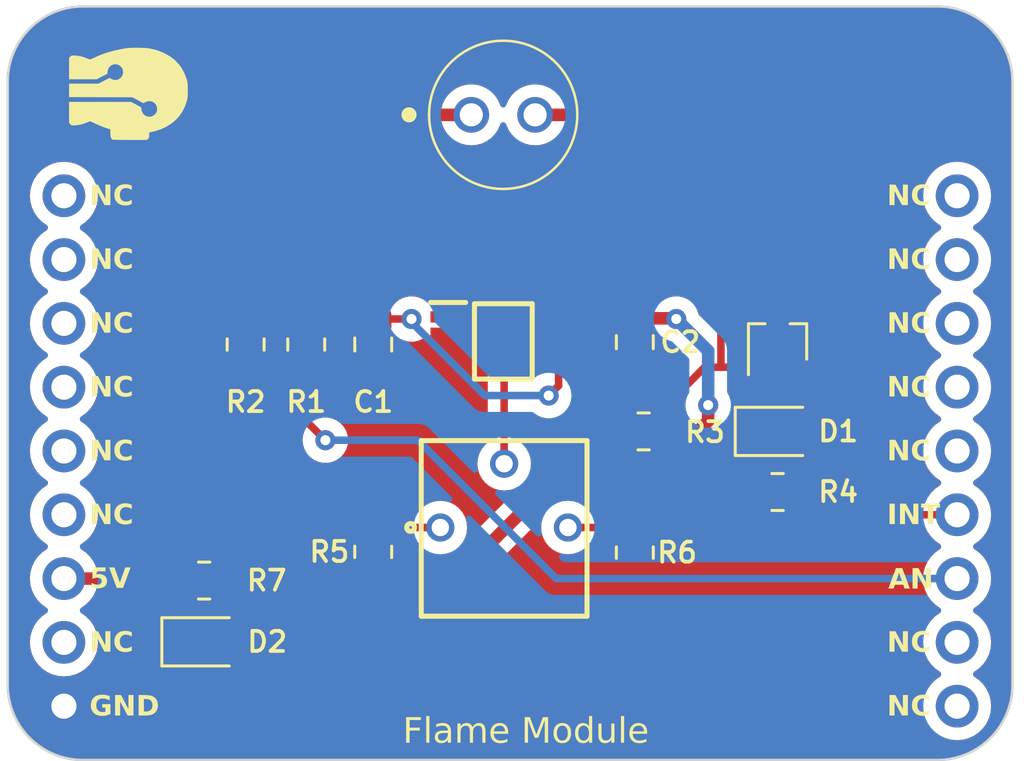
<source format=kicad_pcb>
(kicad_pcb (version 20221018) (generator pcbnew)
  (layers (0 "F.Cu" signal) (31 "B.Cu" signal) (34 "B.Paste" user) (35 "F.Paste" user) (36 "B.SilkS" user "B.Silkscreen") (37 "F.SilkS" user "F.Silkscreen") (38 "B.Mask" user) (39 "F.Mask" user) (44 "Edge.Cuts" user))
  (net 0 "")
  (net 1 "IN+")
  (net 2 "GND")
  (net 3 "Net-(IC1-VCC)")
  (net 4 "Net-(D1-K)")
  (net 5 "Net-(D1-A)")
  (net 6 "Net-(D2-A)")
  (net 8 "IN-")
  (net 9 "INT")
  (net 10 "AN")
  (net 11 "Net-(R5-Pad2)")
  (net 12 "Net-(R6-Pad1)")
  (net 13 "+5V")
  (footprint "meminle:3362P_1" (layer "F.Cu") (at 90.936377 100.22352)
    (fp_text reference "RV1" hide)
    (fp_text value "R_Potentiometer_Trim" hide)
    (fp_line (start -3.3 -6.99) (end -3.3 0) (stroke (width 0.2)) (layer "F.SilkS"))
    (fp_line (start -3.3 0) (end 3.3 0) (stroke (width 0.2)) (layer "F.SilkS"))
    (fp_line (start 3.3 -6.99) (end -3.3 -6.99) (stroke (width 0.2)) (layer "F.SilkS"))
    (fp_line (start 3.3 0) (end 3.3 -6.99) (stroke (width 0.2)) (layer "F.SilkS"))
    (fp_circle (center -3.722 -3.532) (end -3.722 -3.475) (stroke (width 0.2)) (fill none) (layer "F.SilkS"))
    (pad "1" thru_hole circle (at -2.54 -3.53) (size 1.12 1.12) (drill 0.69) (layers "*.Cu" "*.Mask") (net 11 "Net-(R5-Pad2)"))
    (pad "2" thru_hole circle (at 0 -6.07) (size 1.12 1.12) (drill 0.69) (layers "*.Cu" "*.Mask") (net 8 "IN-"))
    (pad "3" thru_hole circle (at 2.54 -3.53) (size 1.12 1.12) (drill 0.69) (layers "*.Cu" "*.Mask") (net 12 "Net-(R6-Pad1)"))
  )
  (footprint "Resistor_SMD:R_0805_2012Metric" (layer "F.Cu") (at 96.488077 92.86652 180)
    (fp_text reference "R3" (at -2.444923 -0.02952) (layer "F.SilkS") (effects (font (size 0.8 0.8) (thickness 0.15) bold)))
    (fp_text value "4k7" hide)
    (fp_line (start -0.227064 -0.735) (end 0.227064 -0.735) (stroke (width 0.12)) (layer "F.SilkS"))
    (fp_line (start -0.227064 0.735) (end 0.227064 0.735) (stroke (width 0.12)) (layer "F.SilkS"))
    (pad "1" smd roundrect (at -0.9125 0 180) (size 1.025 1.4) (layers "F.Cu" "F.Paste" "F.Mask") (roundrect_rratio 0.243902) (net 13 "+5V"))
    (pad "2" smd roundrect (at 0.9125 0 180) (size 1.025 1.4) (layers "F.Cu" "F.Paste" "F.Mask") (roundrect_rratio 0.243902) (net 9 "INT"))
  )
  (footprint "Resistor_SMD:R_0805_2012Metric" (layer "F.Cu") (at 83.058 89.408 90)
    (fp_text reference "R1" (at -2.286 0 180) (layer "F.SilkS") (effects (font (size 0.8 0.8) (thickness 0.15) bold)))
    (fp_text value "3k3" hide)
    (fp_line (start -0.227064 -0.735) (end 0.227064 -0.735) (stroke (width 0.12)) (layer "F.SilkS"))
    (fp_line (start -0.227064 0.735) (end 0.227064 0.735) (stroke (width 0.12)) (layer "F.SilkS"))
    (pad "1" smd roundrect (at -0.9125 0 90) (size 1.025 1.4) (layers "F.Cu" "F.Paste" "F.Mask") (roundrect_rratio 0.243902) (net 10 "AN"))
    (pad "2" smd roundrect (at 0.9125 0 90) (size 1.025 1.4) (layers "F.Cu" "F.Paste" "F.Mask") (roundrect_rratio 0.243902) (net 1 "IN+"))
  )
  (footprint "Resistor_SMD:R_0805_2012Metric" (layer "F.Cu") (at 85.725 97.663 90)
    (fp_text reference "R5" (at 0 -1.746077 180) (layer "F.SilkS") (effects (font (size 0.8 0.8) (thickness 0.15) bold)))
    (fp_text value "5k1" hide)
    (fp_line (start -0.227064 -0.735) (end 0.227064 -0.735) (stroke (width 0.12)) (layer "F.SilkS"))
    (fp_line (start -0.227064 0.735) (end 0.227064 0.735) (stroke (width 0.12)) (layer "F.SilkS"))
    (pad "1" smd roundrect (at -0.9125 0 90) (size 1.025 1.4) (layers "F.Cu" "F.Paste" "F.Mask") (roundrect_rratio 0.243902) (net 13 "+5V"))
    (pad "2" smd roundrect (at 0.9125 0 90) (size 1.025 1.4) (layers "F.Cu" "F.Paste" "F.Mask") (roundrect_rratio 0.243902) (net 11 "Net-(R5-Pad2)"))
  )
  (footprint "Capacitor_SMD:C_0805_2012Metric" (layer "F.Cu") (at 96.139 89.3148 -90)
    (fp_text reference "C2" (at 0 -1.809923 -180) (layer "F.SilkS") (effects (font (size 0.8 0.8) (thickness 0.15) bold)))
    (fp_text value "2.2uF" hide)
    (fp_line (start -0.261252 -0.735) (end 0.261252 -0.735) (stroke (width 0.12)) (layer "F.SilkS"))
    (fp_line (start -0.261252 0.735) (end 0.261252 0.735) (stroke (width 0.12)) (layer "F.SilkS"))
    (pad "1" smd roundrect (at -0.95 0 270) (size 1 1.45) (layers "F.Cu" "F.Paste" "F.Mask") (net 13 "+5V"))
    (pad "2" smd roundrect (at 0.95 0 270) (size 1 1.45) (layers "F.Cu" "F.Paste" "F.Mask") (net 3 "Net-(IC1-VCC)"))
  )
  (footprint "Resistor_SMD:R_0805_2012Metric" (layer "F.Cu") (at 96.139 97.69252 -90)
    (fp_text reference "R6" (at 0 -1.682923 -180) (layer "F.SilkS") (effects (font (size 0.8 0.8) (thickness 0.15) bold)))
    (fp_text value "5k1" hide)
    (fp_line (start -0.227064 -0.735) (end 0.227064 -0.735) (stroke (width 0.12)) (layer "F.SilkS"))
    (fp_line (start -0.227064 0.735) (end 0.227064 0.735) (stroke (width 0.12)) (layer "F.SilkS"))
    (pad "1" smd roundrect (at -0.9125 0 270) (size 1.025 1.4) (layers "F.Cu" "F.Paste" "F.Mask") (roundrect_rratio 0.243902) (net 12 "Net-(R6-Pad1)"))
    (pad "2" smd roundrect (at 0.9125 0 270) (size 1.025 1.4) (layers "F.Cu" "F.Paste" "F.Mask") (roundrect_rratio 0.243902) (net 2 "GND"))
  )
  (footprint "meminle:PT3346B" (layer "F.Cu") (at 89.629 80.264)
    (fp_text reference "Q3" hide)
    (fp_text value "PT334-6B" hide)
    (fp_line (start -2.63 0) (end -2.63 0) (stroke (width 0.3)) (layer "F.SilkS"))
    (fp_line (start -2.33 0) (end -2.33 0) (stroke (width 0.3)) (layer "F.SilkS"))
    (fp_line (start -1.68 0) (end -1.68 0) (stroke (width 0.1)) (layer "F.SilkS"))
    (fp_line (start 4.22 0) (end 4.22 0) (stroke (width 0.1)) (layer "F.SilkS"))
    (fp_arc (start -2.63 0) (mid -2.48 -0.15) (end -2.33 0) (stroke (width 0.3)) (layer "F.SilkS"))
    (fp_arc (start -2.33 0) (mid -2.48 0.15) (end -2.63 0) (stroke (width 0.3)) (layer "F.SilkS"))
    (fp_arc (start -1.68 0) (mid 1.27 -2.95) (end 4.22 0) (stroke (width 0.1)) (layer "F.SilkS"))
    (fp_arc (start 4.22 0) (mid 1.27 2.95) (end -1.68 0) (stroke (width 0.1)) (layer "F.SilkS"))
    (pad "1" thru_hole circle (at 0 0) (size 1.42 1.42) (drill 0.92) (layers "*.Cu" "*.Mask") (net 1 "IN+"))
    (pad "2" thru_hole circle (at 2.54 0) (size 1.42 1.42) (drill 0.92) (layers "*.Cu" "*.Mask") (net 13 "+5V"))
  )
  (footprint "Resistor_SMD:R_0805_2012Metric" (layer "F.Cu") (at 101.822077 95.27952)
    (fp_text reference "R4" (at 2.413 0) (layer "F.SilkS") (effects (font (size 0.8 0.8) (thickness 0.15) bold)))
    (fp_text value "4k7" hide)
    (fp_line (start -0.227064 -0.735) (end 0.227064 -0.735) (stroke (width 0.12)) (layer "F.SilkS"))
    (fp_line (start -0.227064 0.735) (end 0.227064 0.735) (stroke (width 0.12)) (layer "F.SilkS"))
    (pad "1" smd roundrect (at -0.9125 0) (size 1.025 1.4) (layers "F.Cu" "F.Paste" "F.Mask") (roundrect_rratio 0.243902) (net 13 "+5V"))
    (pad "2" smd roundrect (at 0.9125 0) (size 1.025 1.4) (layers "F.Cu" "F.Paste" "F.Mask") (roundrect_rratio 0.243902) (net 5 "Net-(D1-A)"))
  )
  (footprint "LED_SMD:LED_0805_2012Metric" (layer "F.Cu") (at 101.822077 92.86652)
    (fp_text reference "D1" (at 2.413 0) (layer "F.SilkS") (effects (font (size 0.8 0.8) (thickness 0.15) bold)))
    (fp_text value "LED" hide)
    (fp_line (start -1.685 -0.96) (end -1.685 0.96) (stroke (width 0.12)) (layer "F.SilkS"))
    (fp_line (start -1.685 0.96) (end 1 0.96) (stroke (width 0.12)) (layer "F.SilkS"))
    (fp_line (start 1 -0.96) (end -1.685 -0.96) (stroke (width 0.12)) (layer "F.SilkS"))
    (pad "1" smd roundrect (at -0.9375 0) (size 0.975 1.4) (layers "F.Cu" "F.Paste" "F.Mask") (net 4 "Net-(D1-K)"))
    (pad "2" smd roundrect (at 0.9375 0) (size 0.975 1.4) (layers "F.Cu" "F.Paste" "F.Mask") (net 5 "Net-(D1-A)"))
  )
  (footprint "Resistor_SMD:R_0805_2012Metric" (layer "F.Cu") (at 78.994 98.806)
    (fp_text reference "R7" (at 2.4892 0) (layer "F.SilkS") (effects (font (size 0.8 0.8) (thickness 0.15) bold)))
    (fp_text value "1k" hide)
    (fp_line (start -0.227064 -0.735) (end 0.227064 -0.735) (stroke (width 0.12)) (layer "F.SilkS"))
    (fp_line (start -0.227064 0.735) (end 0.227064 0.735) (stroke (width 0.12)) (layer "F.SilkS"))
    (pad "1" smd roundrect (at -0.9125 0) (size 1.025 1.4) (layers "F.Cu" "F.Paste" "F.Mask") (roundrect_rratio 0.243902) (net 13 "+5V"))
    (pad "2" smd roundrect (at 0.9125 0) (size 1.025 1.4) (layers "F.Cu" "F.Paste" "F.Mask") (roundrect_rratio 0.243902) (net 6 "Net-(D2-A)"))
  )
  (footprint "Resistor_SMD:R_0805_2012Metric" (layer "F.Cu") (at 80.645 89.408 90)
    (fp_text reference "R2" (at -2.286 0 180) (layer "F.SilkS") (effects (font (size 0.8 0.8) (thickness 0.15) bold)))
    (fp_text value "6k8" hide)
    (fp_line (start -0.227064 -0.735) (end 0.227064 -0.735) (stroke (width 0.12)) (layer "F.SilkS"))
    (fp_line (start -0.227064 0.735) (end 0.227064 0.735) (stroke (width 0.12)) (layer "F.SilkS"))
    (pad "1" smd roundrect (at -0.9125 0 90) (size 1.025 1.4) (layers "F.Cu" "F.Paste" "F.Mask") (roundrect_rratio 0.243902) (net 1 "IN+"))
    (pad "2" smd roundrect (at 0.9125 0 90) (size 1.025 1.4) (layers "F.Cu" "F.Paste" "F.Mask") (roundrect_rratio 0.243902) (net 2 "GND"))
  )
  (footprint "Package_TO_SOT_SMD:SOT-323_SC-70" (layer "F.Cu") (at 101.822077 89.31052 90)
    (fp_text reference "Q2" hide)
    (fp_text value "PDTC114EU,115" hide)
    (fp_line (start -0.68 1.16) (end 0.73 1.16) (stroke (width 0.12)) (layer "F.SilkS"))
    (fp_line (start 0.73 -1.16) (end -1.3 -1.16) (stroke (width 0.12)) (layer "F.SilkS"))
    (fp_line (start 0.73 -1.16) (end 0.73 -0.5) (stroke (width 0.12)) (layer "F.SilkS"))
    (fp_line (start 0.73 0.5) (end 0.73 1.16) (stroke (width 0.12)) (layer "F.SilkS"))
    (pad "1" smd rect (at -1 -0.65) (size 0.45 0.7) (layers "F.Cu" "F.Paste" "F.Mask") (net 9 "INT"))
    (pad "2" smd rect (at -1 0.65) (size 0.45 0.7) (layers "F.Cu" "F.Paste" "F.Mask") (net 2 "GND"))
    (pad "3" smd rect (at 1 0) (size 0.45 0.7) (layers "F.Cu" "F.Paste" "F.Mask") (net 4 "Net-(D1-K)"))
  )
  (footprint "Capacitor_SMD:C_0805_2012Metric" (layer "F.Cu") (at 85.725 89.408 -90)
    (fp_text reference "C1" (at 2.286 0 -180) (layer "F.SilkS") (effects (font (size 0.8 0.8) (thickness 0.15) bold)))
    (fp_text value "10nF" hide)
    (fp_line (start -0.261252 -0.735) (end 0.261252 -0.735) (stroke (width 0.12)) (layer "F.SilkS"))
    (fp_line (start -0.261252 0.735) (end 0.261252 0.735) (stroke (width 0.12)) (layer "F.SilkS"))
    (pad "1" smd roundrect (at -0.95 0 270) (size 1 1.45) (layers "F.Cu" "F.Paste" "F.Mask") (net 1 "IN+"))
    (pad "2" smd roundrect (at 0.95 0 270) (size 1 1.45) (layers "F.Cu" "F.Paste" "F.Mask") (net 2 "GND"))
  )
  (footprint "LED_SMD:LED_0805_2012Metric" (layer "F.Cu") (at 78.994 101.2444)
    (fp_text reference "D2" (at 2.5123 0) (layer "F.SilkS") (effects (font (size 0.8 0.8) (thickness 0.15) bold)))
    (fp_text value "LED" hide)
    (fp_line (start -1.685 -0.96) (end -1.685 0.96) (stroke (width 0.12)) (layer "F.SilkS"))
    (fp_line (start -1.685 0.96) (end 1 0.96) (stroke (width 0.12)) (layer "F.SilkS"))
    (fp_line (start 1 -0.96) (end -1.685 -0.96) (stroke (width 0.12)) (layer "F.SilkS"))
    (pad "1" smd roundrect (at -0.9375 0) (size 0.975 1.4) (layers "F.Cu" "F.Paste" "F.Mask") (net 2 "GND"))
    (pad "2" smd roundrect (at 0.9375 0) (size 0.975 1.4) (layers "F.Cu" "F.Paste" "F.Mask") (net 6 "Net-(D2-A)"))
  )
  (footprint "Moduler_:pin_header" (layer "F.Cu") (at 90.936377 94.15352)
    (fp_text reference "U1" hide)
    (fp_text value "~" hide)
    (fp_text user "NC" (at 15.24 -2.54 unlocked) (layer "F.SilkS") (effects (font (size 0.8 0.8) (thickness 0.2) bold) (justify left bottom)))
    (fp_text user "NC" (at 15.24 -7.62 unlocked) (layer "F.SilkS") (effects (font (size 0.8 0.8) (thickness 0.2) bold) (justify left bottom)))
    (fp_text user "Flame Module" (at -4.0386 11.2776 unlocked) (layer "F.SilkS") (effects (font (thickness 0.1)) (justify left bottom)))
    (fp_text user "NC" (at -16.51 -2.54 unlocked) (layer "F.SilkS") (effects (font (size 0.8 0.8) (thickness 0.2) bold) (justify left bottom)))
    (fp_text user "NC" (at -16.51 -10.16 unlocked) (layer "F.SilkS") (effects (font (size 0.8 0.8) (thickness 0.2) bold) (justify left bottom)))
    (fp_text user "NC" (at -16.51 2.54 unlocked) (layer "F.SilkS") (effects (font (size 0.8 0.8) (thickness 0.2) bold) (justify left bottom)))
    (fp_text user "NC" (at 15.24 0 unlocked) (layer "F.SilkS") (effects (font (size 0.8 0.8) (thickness 0.2) bold) (justify left bottom)))
    (fp_text user "INT" (at 15.24 2.54 unlocked) (layer "F.SilkS") (effects (font (size 0.8 0.8) (thickness 0.2) bold) (justify left bottom)))
    (fp_text user "NC" (at -16.51 7.62 unlocked) (layer "F.SilkS") (effects (font (size 0.8 0.8) (thickness 0.2) bold) (justify left bottom)))
    (fp_text user "NC" (at 15.24 -10.16 unlocked) (layer "F.SilkS") (effects (font (size 0.8 0.8) (thickness 0.2) bold) (justify left bottom)))
    (fp_text user "5V" (at -16.51 5.08 unlocked) (layer "F.SilkS") (effects (font (size 0.8 0.8) (thickness 0.2) bold) (justify left bottom)))
    (fp_text user "AN" (at 15.2908 5.1054 unlocked) (layer "F.SilkS") (effects (font (size 0.8 0.8) (thickness 0.2) bold) (justify left bottom)))
    (fp_text user "NC" (at -16.51 -5.08 unlocked) (layer "F.SilkS") (effects (font (size 0.8 0.8) (thickness 0.2) bold) (justify left bottom)))
    (fp_text user "NC" (at -16.51 0 unlocked) (layer "F.SilkS") (effects (font (size 0.8 0.8) (thickness 0.2) bold) (justify left bottom)))
    (fp_text user "GND" (at -16.51 10.16 unlocked) (layer "F.SilkS") (effects (font (size 0.8 0.8) (thickness 0.2) bold) (justify left bottom)))
    (fp_text user "NC" (at -16.51 -7.62 unlocked) (layer "F.SilkS") (effects (font (size 0.8 0.8) (thickness 0.2) bold) (justify left bottom)))
    (fp_text user "NC" (at 15.24 7.62 unlocked) (layer "F.SilkS") (effects (font (size 0.8 0.8) (thickness 0.2) bold) (justify left bottom)))
    (fp_text user "NC" (at 15.24 -5.08 unlocked) (layer "F.SilkS") (effects (font (size 0.8 0.8) (thickness 0.2) bold) (justify left bottom)))
    (fp_text user "NC" (at 15.24 10.16 unlocked) (layer "F.SilkS") (effects (font (size 0.8 0.8) (thickness 0.2) bold) (justify left bottom)))
    (fp_poly (pts (xy -14.485582 -16.559009) (xy -14.360573 -16.554745) (xy -14.248636 -16.54798) (xy -14.157002 -16.538775) (xy -14.117924 -16.532703) (xy -13.929469 -16.491549) (xy -13.759531 -16.440533) (xy -13.595569 -16.375574) (xy -13.505604 -16.333511) (xy -13.302009 -16.218091) (xy -13.123321 -16.083397) (xy -12.969118 -15.928915) (xy -12.838978 -15.754131) (xy -12.73248 -15.558531) (xy -12.6492 -15.3416) (xy -12.625721 -15.261504) (xy -12.612959 -15.20932) (xy -12.603846 -15.156964) (xy -12.597806 -15.097579) (xy -12.594264 -15.024306) (xy -12.592645 -14.930288) (xy -12.59236 -14.863654) (xy -12.592671 -14.758539) (xy -12.594379 -14.67766) (xy -12.598173 -14.613669) (xy -12.604739 -14.559219) (xy -12.614766 -14.506962) (xy -12.628942 -14.449549) (xy -12.632287 -14.43698) (xy -12.705714 -14.221543) (xy -12.805363 -14.022972) (xy -12.930147 -13.842253) (xy -13.078978 -13.68037) (xy -13.250768 -13.538308) (xy -13.444431 -13.417053) (xy -13.658878 -13.317589) (xy -13.893022 -13.240901) (xy -13.975535 -13.220506) (xy -14.129547 -13.185381) (xy -14.129547 -13.083439) (xy -14.131087 -13.025365) (xy -14.138019 -12.987709) (xy -14.153807 -12.959356) (xy -14.17572 -12.935324) (xy -14.221893 -12.889151) (xy -14.898388 -12.889632) (xy -15.093554 -12.890179) (xy -15.257188 -12.891522) (xy -15.389336 -12.893662) (xy -15.490047 -12.896601) (xy -15.559371 -12.900339) (xy -15.597354 -12.904877) (xy -15.604006 -12.907041) (xy -15.639705 -12.944721) (xy -15.663541 -13.009816) (xy -15.675744 -13.103144) (xy -15.677582 -13.169023) (xy -15.677607 -13.307746) (xy -15.877323 -13.375342) (xy -15.973613 -13.410249) (xy -16.083694 -13.453796) (xy -16.193274 -13.500154) (xy -16.27912 -13.539209) (xy -16.481202 -13.63548) (xy -16.625058 -13.577237) (xy -16.814264 -13.51298) (xy -16.995657 -13.477073) (xy -17.112214 -13.468483) (xy -17.172568 -13.467793) (xy -17.210949 -13.471228) (xy -17.236949 -13.481681) (xy -17.260163 -13.502045) (xy -17.274123 -13.517292) (xy -17.320343 -13.568879) (xy -17.320343 -13.987224) (xy -17.320343 -14.405569) (xy -16.086926 -14.405569) (xy -14.85351 -14.405569) (xy -14.643801 -14.294889) (xy -14.56284 -14.251731) (xy -14.506066 -14.219928) (xy -14.469493 -14.196546) (xy -14.449134 -14.178651) (xy -14.441003 -14.163308) (xy -14.441111 -14.147581) (xy -14.441413 -14.14592) (xy -14.43976 -14.092795) (xy -14.421236 -14.027967) (xy -14.3904 -13.962942) (xy -14.35181 -13.909228) (xy -14.344762 -13.902005) (xy -14.296227 -13.865834) (xy -14.236644 -13.835404) (xy -14.214799 -13.827587) (xy -14.121045 -13.813694) (xy -14.033382 -13.827179) (xy -13.955509 -13.863953) (xy -13.891126 -13.919926) (xy -13.843932 -13.991011) (xy -13.817627 -14.073118) (xy -13.815911 -14.162158) (xy -13.838074 -14.243952) (xy -13.888707 -14.328311) (xy -13.95777 -14.389514) (xy -14.040589 -14.425955) (xy -14.132494 -14.436027) (xy -14.228811 -14.418125) (xy -14.281052 -14.396241) (xy -14.36193 -14.355321) (xy -14.581404 -14.471272) (xy -14.800878 -14.587224) (xy -16.06061 -14.591538) (xy -17.320343 -14.595853) (xy -17.320343 -14.86402) (xy -17.320343 -15.132186) (xy -16.736108 -15.132186) (xy -16.151873 -15.132186) (xy -15.92364 -15.25081) (xy -15.825628 -15.300328) (xy -15.752835 -15.333929) (xy -15.705794 -15.351385) (xy -15.685044 -15.352471) (xy -15.684533 -15.351839) (xy -15.664369 -15.334981) (xy -15.626413 -15.313259) (xy -15.608475 -15.304645) (xy -15.517344 -15.278515) (xy -15.42868 -15.280387) (xy -15.34665 -15.306716) (xy -15.27542 -15.353956) (xy -15.219157 -15.418565) (xy -15.182028 -15.496995) (xy -15.1682 -15.585704) (xy -15.178799 -15.670169) (xy -15.216089 -15.756834) (xy -15.2752 -15.826154) (xy -15.350432 -15.875231) (xy -15.436087 -15.901168) (xy -15.526465 -15.901066) (xy -15.594919 -15.881743) (xy -15.679764 -15.831605) (xy -15.7402 -15.761879) (xy -15.776844 -15.671686) (xy -15.787538 -15.6087) (xy -15.796027 -15.524455) (xy -16.008245 -15.415199) (xy -16.220463 -15.305942) (xy -16.770403 -15.305942) (xy -17.320343 -15.305942) (xy -17.320343 -15.73365) (xy -17.320343 -16.161358) (xy -17.27417 -16.207531) (xy -17.247441 -16.231634) (xy -17.221044 -16.24546) (xy -17.185152 -16.251797) (xy -17.129936 -16.253429) (xy -17.112261 -16.253429) (xy -16.965134 -16.242789) (xy -16.813828 -16.210492) (xy -16.650907 -16.15493) (xy -16.643254 -16.151886) (xy -16.580147 -16.127507) (xy -16.526736 -16.108472) (xy -16.490695 -16.097439) (xy -16.481152 -16.095743) (xy -16.459332 -16.102404) (xy -16.415439 -16.120594) (xy -16.35561 -16.147624) (xy -16.285983 -16.180807) (xy -16.277762 -16.184828) (xy -16.053998 -16.282606) (xy -15.80365 -16.369931) (xy -15.530295 -16.445763) (xy -15.237504 -16.509065) (xy -15.053614 -16.540657) (xy -14.971712 -16.549822) (xy -14.866727 -16.556178) (xy -14.74589 -16.559787) (xy -14.616431 -16.56071)) (fill solid) (layer "F.SilkS"))
    (fp_poly (pts (xy -19.759475 -15.361112) (xy -19.747896 -15.5134) (xy -19.728827 -15.663474) (xy -19.702457 -15.811146) (xy -19.668975 -15.956226) (xy -19.628568 -16.098527) (xy -19.581426 -16.23786) (xy -19.527736 -16.374037) (xy -19.467687 -16.506869) (xy -19.401468 -16.636168) (xy -19.329267 -16.761745) (xy -19.251272 -16.883413) (xy -19.167671 -17.000982) (xy -19.078654 -17.114264) (xy -18.984408 -17.223072) (xy -18.885122 -17.327215) (xy -18.780984 -17.426507) (xy -18.672182 -17.520758) (xy -18.558906 -17.609781) (xy -18.441343 -17.693386) (xy -18.319683 -17.771386) (xy -18.194112 -17.843591) (xy -18.06482 -17.909814) (xy -17.931995 -17.969866) (xy -17.795826 -18.023559) (xy -17.6565 -18.070704) (xy -17.514207 -18.111113) (xy -17.369134 -18.144597) (xy -17.221471 -18.170968) (xy -17.071405 -18.190038) (xy -16.919125 -18.201619) (xy -16.764819 -18.20552) (xy 17.238832 -18.20552) (xy 17.393137 -18.201619) (xy 17.545417 -18.190038) (xy 17.695483 -18.170968) (xy 17.843146 -18.144597) (xy 17.988219 -18.111113) (xy 18.130512 -18.070704) (xy 18.269837 -18.023559) (xy 18.406006 -17.969866) (xy 18.538831 -17.909814) (xy 18.668123 -17.843591) (xy 18.793694 -17.771386) (xy 18.915355 -17.693386) (xy 19.032917 -17.609781) (xy 19.146194 -17.520758) (xy 19.254995 -17.426507) (xy 19.359133 -17.327215) (xy 19.458419 -17.223072) (xy 19.552665 -17.114264) (xy 19.641683 -17.000982) (xy 19.725284 -16.883413) (xy 19.803279 -16.761745) (xy 19.87548 -16.636168) (xy 19.9417 -16.506869) (xy 20.001748 -16.374037) (xy 20.055438 -16.23786) (xy 20.102581 -16.098527) (xy 20.142987 -15.956226) (xy 20.17647 -15.811146) (xy 20.20284 -15.663474) (xy 20.221909 -15.5134) (xy 20.233488 -15.361112) (xy 20.23739 -15.206798) (xy 20.23739 8.797094) (xy 20.233488 8.951408) (xy 20.221909 9.103696) (xy 20.20284 9.25377) (xy 20.17647 9.401441) (xy 20.142987 9.546522) (xy 20.102581 9.688822) (xy 20.055438 9.828155) (xy 20.001748 9.964332) (xy 19.9417 10.097164) (xy 19.87548 10.226463) (xy 19.803279 10.352041) (xy 19.725284 10.473708) (xy 19.641683 10.591278) (xy 19.552665 10.70456) (xy 19.458419 10.813367) (xy 19.359133 10.917511) (xy 19.254995 11.016803) (xy 19.146194 11.111054) (xy 19.032917 11.200077) (xy 18.915355 11.283682) (xy 18.793694 11.361681) (xy 18.668123 11.433887) (xy 18.538831 11.50011) (xy 18.406006 11.560162) (xy 18.269837 11.613855) (xy 18.130512 11.661) (xy 17.988219 11.701409) (xy 17.843146 11.734893) (xy 17.695483 11.761265) (xy 17.545417 11.780334) (xy 17.393137 11.791915) (xy 17.238832 11.795817) (xy -16.764819 11.795817) (xy -16.919125 11.791915) (xy -17.071405 11.780334) (xy -17.221471 11.761265) (xy -17.369134 11.734893) (xy -17.514207 11.701409) (xy -17.6565 11.661) (xy -17.795826 11.613855) (xy -17.931995 11.560162) (xy -18.06482 11.50011) (xy -18.194112 11.433887) (xy -18.319683 11.361681) (xy -18.441343 11.283682) (xy -18.558906 11.200077) (xy -18.672182 11.111054) (xy -18.780984 11.016803) (xy -18.885122 10.917511) (xy -18.984408 10.813367) (xy -19.078654 10.70456) (xy -19.167671 10.591278) (xy -19.251272 10.473708) (xy -19.329267 10.352041) (xy -19.401468 10.226463) (xy -19.467687 10.097164) (xy -19.527736 9.964332) (xy -19.581426 9.828155) (xy -19.628568 9.688822) (xy -19.668975 9.546522) (xy -19.702457 9.401441) (xy -19.728827 9.25377) (xy -19.747896 9.103696) (xy -19.759475 8.951408) (xy -19.763377 8.797094) (xy -19.763377 -15.206798)) (stroke (width 0.1)) (fill none) (layer "Edge.Cuts"))
    (pad "1" thru_hole oval (at -17.526 -10.668) (size 1.7 1.7) (drill 1) (layers "*.Cu" "*.Mask"))
    (pad "2" thru_hole oval (at -17.526 -8.128) (size 1.7 1.7) (drill 1) (layers "*.Cu" "*.Mask"))
    (pad "3" thru_hole oval (at -17.526 -5.588) (size 1.7 1.7) (drill 1) (layers "*.Cu" "*.Mask"))
    (pad "4" thru_hole oval (at -17.526 -3.048) (size 1.7 1.7) (drill 1) (layers "*.Cu" "*.Mask"))
    (pad "5" thru_hole oval (at -17.526 -0.508) (size 1.7 1.7) (drill 1) (layers "*.Cu" "*.Mask"))
    (pad "6" thru_hole oval (at -17.526 2.032) (size 1.7 1.7) (drill 1) (layers "*.Cu" "*.Mask"))
    (pad "7" thru_hole oval (at -17.526 4.572) (size 1.7 1.7) (drill 1) (layers "*.Cu" "*.Mask") (net 13 "+5V"))
    (pad "8" thru_hole oval (at -17.526 7.112) (size 1.7 1.7) (drill 1) (layers "*.Cu" "*.Mask"))
    (pad "9" thru_hole oval (at -17.526 9.652) (size 1.7 1.7) (drill 1) (layers "*.Cu" "*.Mask") (net 2 "GND"))
    (pad "10" thru_hole oval (at 18.034 9.652) (size 1.7 1.7) (drill 1) (layers "*.Cu" "*.Mask"))
    (pad "11" thru_hole oval (at 18.034 7.112) (size 1.7 1.7) (drill 1) (layers "*.Cu" "*.Mask"))
    (pad "12" thru_hole oval (at 18.034 4.572) (size 1.7 1.7) (drill 1) (layers "*.Cu" "*.Mask") (net 10 "AN"))
    (pad "13" thru_hole oval (at 18.034 2.032) (size 1.7 1.7) (drill 1) (layers "*.Cu" "*.Mask") (net 9 "INT"))
    (pad "14" thru_hole oval (at 18.034 -0.508) (size 1.7 1.7) (drill 1) (layers "*.Cu" "*.Mask"))
    (pad "15" thru_hole oval (at 18.034 -3.048) (size 1.7 1.7) (drill 1) (layers "*.Cu" "*.Mask"))
    (pad "16" thru_hole oval (at 18.034 -5.588) (size 1.7 1.7) (drill 1) (layers "*.Cu" "*.Mask"))
    (pad "17" thru_hole oval (at 18.034 -8.128) (size 1.7 1.7) (drill 1) (layers "*.Cu" "*.Mask"))
    (pad "18" thru_hole oval (at 18.034 -10.668) (size 1.7 1.7) (drill 1) (layers "*.Cu" "*.Mask"))
  )
  (footprint "LM2903:SOP65P490X110-8N" (layer "F.Cu") (at 90.904454 89.28512)
    (fp_text reference "IC1" hide)
    (fp_text value "LM2903BHQDGKRQ1" hide)
    (fp_line (start -2.9 -1.55) (end -1.5 -1.55) (stroke (width 0.2)) (layer "F.SilkS"))
    (fp_line (start -1.15 -1.5) (end 1.15 -1.5) (stroke (width 0.2)) (layer "F.SilkS"))
    (fp_line (start -1.15 1.5) (end -1.15 -1.5) (stroke (width 0.2)) (layer "F.SilkS"))
    (fp_line (start 1.15 -1.5) (end 1.15 1.5) (stroke (width 0.2)) (layer "F.SilkS"))
    (fp_line (start 1.15 1.5) (end -1.15 1.5) (stroke (width 0.2)) (layer "F.SilkS"))
    (pad "1" smd rect (at -2.2 -0.975 90) (size 0.45 1.4) (layers "F.Cu" "F.Paste" "F.Mask"))
    (pad "2" smd rect (at -2.2 -0.325 90) (size 0.45 1.4) (layers "F.Cu" "F.Paste" "F.Mask") (net 2 "GND"))
    (pad "3" smd rect (at -2.2 0.325 90) (size 0.45 1.4) (layers "F.Cu" "F.Paste" "F.Mask") (net 2 "GND"))
    (pad "4" smd rect (at -2.2 0.975 90) (size 0.45 1.4) (layers "F.Cu" "F.Paste" "F.Mask") (net 2 "GND"))
    (pad "5" smd rect (at 2.2 0.975 90) (size 0.45 1.4) (layers "F.Cu" "F.Paste" "F.Mask") (net 1 "IN+"))
    (pad "6" smd rect (at 2.2 0.325 90) (size 0.45 1.4) (layers "F.Cu" "F.Paste" "F.Mask") (net 8 "IN-"))
    (pad "7" smd rect (at 2.2 -0.325 90) (size 0.45 1.4) (layers "F.Cu" "F.Paste" "F.Mask") (net 9 "INT"))
    (pad "8" smd rect (at 2.2 -0.975 90) (size 0.45 1.4) (layers "F.Cu" "F.Paste" "F.Mask") (net 3 "Net-(IC1-VCC)"))
  )
  (segment (start 85.471 88.328597) (end 85.471 81.915) (width 0.5) (layer "F.Cu") (net 1))
  (segment (start 80.359077 90.22302) (end 81.074077 90.22302) (width 0.5) (layer "F.Cu") (net 1))
  (segment (start 81.074077 90.22302) (end 82.936577 88.36052) (width 0.5) (layer "F.Cu") (net 1))
  (segment (start 85.470557 88.392) (end 85.439077 88.36052) (width 0.3) (layer "F.Cu") (net 1))
  (segment (start 85.471 81.915) (end 87.122 80.264) (width 0.5) (layer "F.Cu") (net 1))
  (segment (start 93.104454 90.26012) (end 93.104454 91.045546) (width 0.3) (layer "F.Cu") (net 1))
  (segment (start 87.122 80.264) (end 89.629 80.264) (width 0.5) (layer "F.Cu") (net 1))
  (segment (start 85.439077 88.36052) (end 85.471 88.328597) (width 0.5) (layer "F.Cu") (net 1))
  (segment (start 87.249 88.392) (end 85.470557 88.392) (width 0.3) (layer "F.Cu") (net 1))
  (segment (start 93.104454 91.045546) (end 92.71 91.44) (width 0.3) (layer "F.Cu") (net 1))
  (segment (start 82.936577 88.36052) (end 85.439077 88.36052) (width 0.5) (layer "F.Cu") (net 1))
  (via (at 92.71 91.44) (size 0.8) (drill 0.4) (layers "F.Cu" "B.Cu") (net 1))
  (via (at 87.249 88.392) (size 0.8) (drill 0.4) (layers "F.Cu" "B.Cu") (net 1))
  (segment (start 90.17 91.44) (end 92.71 91.44) (width 0.3) (layer "B.Cu") (net 1))
  (segment (start 87.249 88.519) (end 90.17 91.44) (width 0.3) (layer "B.Cu") (net 1))
  (segment (start 87.249 88.392) (end 87.249 88.519) (width 0.3) (layer "B.Cu") (net 1))
  (segment (start 94.27912 88.31012) (end 94.869 88.9) (width 0.3) (layer "F.Cu") (net 3))
  (segment (start 93.104454 88.31012) (end 94.27912 88.31012) (width 0.3) (layer "F.Cu") (net 3))
  (segment (start 95.3448 90.2648) (end 96.139 90.2648) (width 0.3) (layer "F.Cu") (net 3))
  (segment (start 94.869 89.789) (end 95.3448 90.2648) (width 0.3) (layer "F.Cu") (net 3))
  (segment (start 94.869 88.9) (end 94.869 89.789) (width 0.3) (layer "F.Cu") (net 3))
  (segment (start 101.822077 91.090923) (end 101.822077 88.31052) (width 0.3) (layer "F.Cu") (net 4))
  (segment (start 100.884577 92.86652) (end 100.884577 92.028423) (width 0.3) (layer "F.Cu") (net 4))
  (segment (start 100.884577 92.028423) (end 101.822077 91.090923) (width 0.3) (layer "F.Cu") (net 4))
  (segment (start 102.759577 95.25452) (end 102.734577 95.27952) (width 0.3) (layer "F.Cu") (net 5))
  (segment (start 102.759577 92.86652) (end 102.759577 95.25452) (width 0.3) (layer "F.Cu") (net 5))
  (segment (start 79.9065 98.806) (end 79.9065 101.2194) (width 0.5) (layer "F.Cu") (net 6))
  (segment (start 79.9065 101.2194) (end 79.9315 101.2444) (width 0.5) (layer "F.Cu") (net 6))
  (segment (start 93.104454 89.61012) (end 91.87288 89.61012) (width 0.3) (layer "F.Cu") (net 8))
  (segment (start 91.87288 89.61012) (end 90.936377 90.546623) (width 0.3) (layer "F.Cu") (net 8))
  (segment (start 90.936377 90.546623) (end 90.936377 94.15352) (width 0.3) (layer "F.Cu") (net 8))
  (segment (start 97.663 91.567) (end 95.377 91.567) (width 0.3) (layer "F.Cu") (net 9))
  (segment (start 95.575577 91.765577) (end 95.575577 92.86652) (width 0.3) (layer "F.Cu") (net 9))
  (segment (start 98.91948 90.31052) (end 97.663 91.567) (width 0.3) (layer "F.Cu") (net 9))
  (segment (start 99.568 90.31052) (end 98.91948 90.31052) (width 0.3) (layer "F.Cu") (net 9))
  (segment (start 105.41 87.884) (end 104.267 86.741) (width 0.3) (layer "F.Cu") (net 9))
  (segment (start 106.09152 96.18552) (end 105.41 95.504) (width 0.3) (layer "F.Cu") (net 9))
  (segment (start 94.369 89.224666) (end 94.369 90.559) (width 0.3) (layer "F.Cu") (net 9))
  (segment (start 93.104454 88.96012) (end 94.104454 88.96012) (width 0.3) (layer "F.Cu") (net 9))
  (segment (start 94.104454 88.96012) (end 94.369 89.224666) (width 0.3) (layer "F.Cu") (net 9))
  (segment (start 95.377 91.567) (end 95.3135 91.5035) (width 0.3) (layer "F.Cu") (net 9))
  (segment (start 108.970377 96.18552) (end 106.09152 96.18552) (width 0.3) (layer "F.Cu") (net 9))
  (segment (start 101.172077 90.31052) (end 99.568 90.31052) (width 0.3) (layer "F.Cu") (net 9))
  (segment (start 99.568 87.376) (end 99.568 90.31052) (width 0.3) (layer "F.Cu") (net 9))
  (segment (start 104.267 86.741) (end 100.203 86.741) (width 0.3) (layer "F.Cu") (net 9))
  (segment (start 100.203 86.741) (end 99.568 87.376) (width 0.3) (layer "F.Cu") (net 9))
  (segment (start 105.41 95.504) (end 105.41 87.884) (width 0.3) (layer "F.Cu") (net 9))
  (segment (start 94.369 90.559) (end 95.575577 91.765577) (width 0.3) (layer "F.Cu") (net 9))
  (segment (start 83.058 92.456) (end 83.82 93.218) (width 0.3) (layer "F.Cu") (net 10))
  (segment (start 83.058 90.381943) (end 83.058 92.456) (width 0.3) (layer "F.Cu") (net 10))
  (via (at 83.82 93.218) (size 0.8) (drill 0.4) (layers "F.Cu" "B.Cu") (net 10))
  (segment (start 87.503 93.218) (end 93.01052 98.72552) (width 0.3) (layer "B.Cu") (net 10))
  (segment (start 93.01052 98.72552) (end 108.970377 98.72552) (width 0.3) (layer "B.Cu") (net 10))
  (segment (start 83.82 93.218) (end 87.503 93.218) (width 0.3) (layer "B.Cu") (net 10))
  (segment (start 88.396377 96.69352) (end 86.160577 96.69352) (width 0.3) (layer "F.Cu") (net 11))
  (segment (start 86.160577 96.69352) (end 86.074077 96.78002) (width 0.3) (layer "F.Cu") (net 11))
  (segment (start 93.476377 96.69352) (end 96.0525 96.69352) (width 0.3) (layer "F.Cu") (net 12))
  (segment (start 96.0525 96.69352) (end 96.139 96.78002) (width 0.3) (layer "F.Cu") (net 12))
  (segment (start 78.994 96.901) (end 82.804 96.901) (width 0.5) (layer "F.Cu") (net 13))
  (segment (start 78.105 98.7825) (end 78.105 97.79) (width 0.5) (layer "F.Cu") (net 13))
  (segment (start 89.10098 98.60502) (end 92.964 94.742) (width 0.5) (layer "F.Cu") (net 13))
  (segment (start 78.105 97.79) (end 78.994 96.901) (width 0.5) (layer "F.Cu") (net 13))
  (segment (start 96.139 82.423) (end 96.139 88.3648) (width 0.5) (layer "F.Cu") (net 13))
  (segment (start 99.06 91.821) (end 99.06 92.456) (width 0.5) (layer "F.Cu") (net 13))
  (segment (start 92.169 80.264) (end 93.98 80.264) (width 0.5) (layer "F.Cu") (net 13))
  (segment (start 100.909577 95.27952) (end 98.07352 95.27952) (width 0.5) (layer "F.Cu") (net 13))
  (segment (start 97.400577 94.606577) (end 97.400577 92.86652) (width 0.5) (layer "F.Cu") (net 13))
  (segment (start 98.679 92.837) (end 97.430097 92.837) (width 0.5) (layer "F.Cu") (net 13))
  (segment (start 93.98 80.264) (end 96.139 82.423) (width 0.5) (layer "F.Cu") (net 13))
  (segment (start 96.139 88.3648) (end 97.7628 88.3648) (width 0.5) (layer "F.Cu") (net 13))
  (segment (start 73.410377 98.72552) (end 78.00102 98.72552) (width 0.5) (layer "F.Cu") (net 13))
  (segment (start 92.964 94.742) (end 97.536 94.742) (width 0.5) (layer "F.Cu") (net 13))
  (segment (start 78.0815 98.806) (end 78.105 98.7825) (width 0.5) (layer "F.Cu") (net 13))
  (segment (start 78.00102 98.72552) (end 78.0815 98.806) (width 0.5) (layer "F.Cu") (net 13))
  (segment (start 98.07352 95.27952) (end 97.400577 94.606577) (width 0.5) (layer "F.Cu") (net 13))
  (segment (start 84.50802 98.60502) (end 86.074077 98.60502) (width 0.5) (layer "F.Cu") (net 13))
  (segment (start 97.167192 92.86652) (end 97.400577 92.86652) (width 0.3) (layer "F.Cu") (net 13))
  (segment (start 99.06 92.456) (end 98.679 92.837) (width 0.5) (layer "F.Cu") (net 13))
  (segment (start 82.804 96.901) (end 84.50802 98.60502) (width 0.5) (layer "F.Cu") (net 13))
  (segment (start 97.7628 88.3648) (end 97.79 88.392) (width 0.5) (layer "F.Cu") (net 13))
  (segment (start 86.074077 98.60502) (end 89.10098 98.60502) (width 0.5) (layer "F.Cu") (net 13))
  (segment (start 97.536 94.742) (end 98.07352 95.27952) (width 0.5) (layer "F.Cu") (net 13))
  (segment (start 97.430097 92.837) (end 97.400577 92.86652) (width 0.5) (layer "F.Cu") (net 13))
  (via (at 99.06 91.821) (size 0.8) (drill 0.4) (layers "F.Cu" "B.Cu") (net 13))
  (via (at 97.79 88.392) (size 0.8) (drill 0.4) (layers "F.Cu" "B.Cu") (net 13))
  (segment (start 99.06 91.821) (end 99.06 89.662) (width 0.5) (layer "B.Cu") (net 13))
  (segment (start 99.06 89.662) (end 97.79 88.392) (width 0.5) (layer "B.Cu") (net 13))
  (zone (net 2) (net_name "GND") (layers "F&B.Cu") (connect_pads yes (clearance 0.5)) (min_thickness 0.25) (fill yes (thermal_gap 0.5) (thermal_bridge_width 0.5))
    (polygon (pts (xy 111.633 75.692) (xy 111.633 105.918) (xy 70.866 105.918) (xy 70.866 75.692)))
  )
)
</source>
